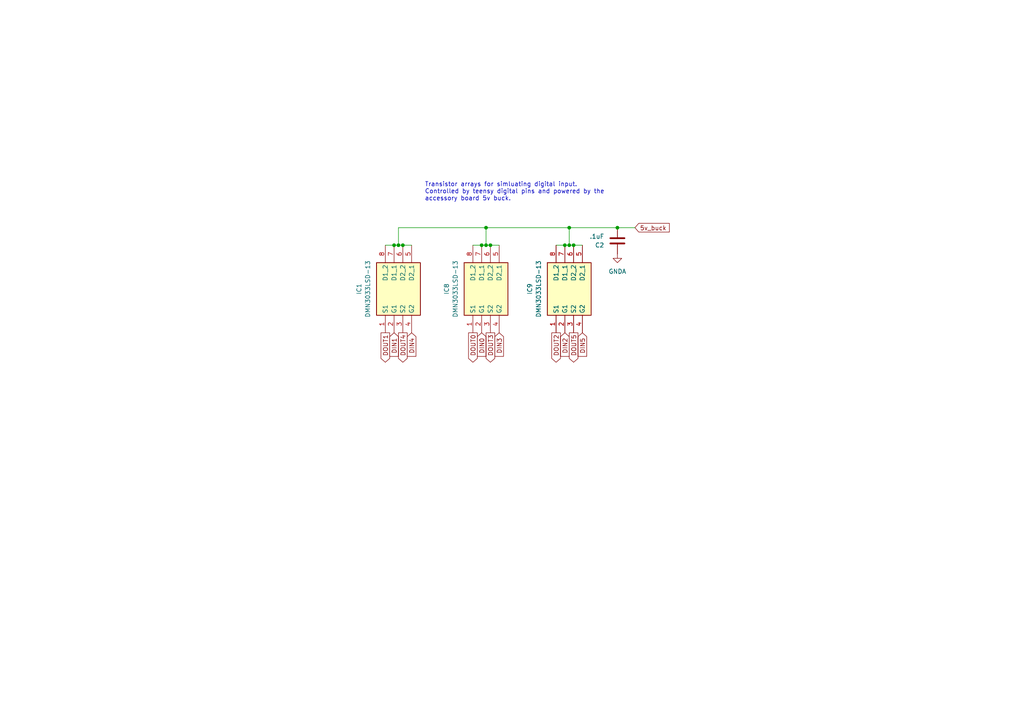
<source format=kicad_sch>
(kicad_sch (version 20231120) (generator "eeschema") (generator_version "8.0")
  (paper "A4")
  (lib_symbols
    (symbol "Device:C" (pin_numbers hide) (pin_names (offset 0.254))
      (property "Reference" "C" (at 0.635 2.54 0))
      (property "Value" "C" (at 0.635 -2.54 0))
      (symbol "C_0_1"
        (polyline (pts (xy -2.032 -0.762) (xy 2.032 -0.762)) (stroke (width 0.508)))
        (polyline (pts (xy -2.032 0.762) (xy 2.032 0.762)) (stroke (width 0.508)))
      )
      (symbol "C_1_1"
        (pin passive line (at 0 3.81 270) (length 2.794) (name "~") (number "1"))
        (pin passive line (at 0 -3.81 90) (length 2.794) (name "~") (number "2"))
      )
    )
    (symbol "accessory_test:DMN3033LSD-13"
      (property "Reference" "IC" (at 21.59 7.62 0))
      (property "Value" "DMN3033LSD-13" (at 21.59 5.08 0))
      (symbol "DMN3033LSD-13_1_1"
        (rectangle (start 5.08 2.54) (end 20.32 -10.16) (stroke (width 0.254)) (fill (type background)))
        (pin passive line (at 0 0 0) (length 5.08) (name "S1") (number "1"))
        (pin passive line (at 0 -2.54 0) (length 5.08) (name "G1") (number "2"))
        (pin passive line (at 0 -5.08 0) (length 5.08) (name "S2") (number "3"))
        (pin passive line (at 0 -7.62 0) (length 5.08) (name "G2") (number "4"))
        (pin passive line (at 25.4 -7.62 180) (length 5.08) (name "D2_1") (number "5"))
        (pin passive line (at 25.4 -5.08 180) (length 5.08) (name "D2_2") (number "6"))
        (pin passive line (at 25.4 -2.54 180) (length 5.08) (name "D1_1") (number "7"))
        (pin passive line (at 25.4 0 180) (length 5.08) (name "D1_2") (number "8"))
      )
    )
    (symbol "power:GNDA" (power) (pin_names (offset 0))
      (property "Value" "GNDA" (at 0 -3.81 0))
      (symbol "GNDA_0_1"
        (polyline (pts (xy 0 0) (xy 0 -1.27) (xy 1.27 -1.27) (xy 0 -2.54) (xy -1.27 -1.27) (xy 0 -1.27)))
      )
      (symbol "GNDA_1_1"
        (pin power_in line (at 0 0 270) (length 0) hide (name "GNDA") (number "1"))
      )
    )
  )
  (junction (at 140.97 71.12))
  (junction (at 142.24 71.12))
  (junction (at 179.07 66.04))
  (junction (at 166.37 71.12))
  (junction (at 115.57 71.12))
  (junction (at 163.83 71.12))
  (junction (at 140.97 66.04))
  (junction (at 165.1 71.12))
  (junction (at 139.7 71.12))
  (junction (at 114.3 71.12))
  (junction (at 165.1 66.04))
  (junction (at 116.84 71.12))
  (wire (pts (xy 142.24 71.12) (xy 144.78 71.12)))
  (wire (pts (xy 114.3 71.12) (xy 115.57 71.12)))
  (wire (pts (xy 139.7 71.12) (xy 140.97 71.12)))
  (wire (pts (xy 140.97 71.12) (xy 142.24 71.12)))
  (wire (pts (xy 116.84 71.12) (xy 119.38 71.12)))
  (wire (pts (xy 166.37 71.12) (xy 168.91 71.12)))
  (wire (pts (xy 161.29 71.12) (xy 163.83 71.12)))
  (wire (pts (xy 115.57 66.04) (xy 140.97 66.04)))
  (wire (pts (xy 140.97 66.04) (xy 165.1 66.04)))
  (wire (pts (xy 111.76 71.12) (xy 114.3 71.12)))
  (wire (pts (xy 165.1 66.04) (xy 165.1 71.12)))
  (wire (pts (xy 137.16 71.12) (xy 139.7 71.12)))
  (wire (pts (xy 163.83 71.12) (xy 165.1 71.12)))
  (wire (pts (xy 165.1 66.04) (xy 179.07 66.04)))
  (wire (pts (xy 179.07 66.04) (xy 184.15 66.04)))
  (wire (pts (xy 165.1 71.12) (xy 166.37 71.12)))
  (wire (pts (xy 140.97 66.04) (xy 140.97 71.12)))
  (wire (pts (xy 115.57 71.12) (xy 116.84 71.12)))
  (wire (pts (xy 115.57 66.04) (xy 115.57 71.12)))
  (text "Transistor arrays for simluating digital input.\nControlled by teensy digital pins and powered by the \naccessory board 5v buck." (at 123.19 58.42 0) (effects (font (size 1.27 1.27)) (justify left bottom)))
  (global_label "DIN0" (shape input) (at 139.7 96.52 270) (property "Intersheetrefs" "${INTERSHEET_REFS}" (effects (hide yes))))
  (global_label "DOUT1" (shape output) (at 111.76 96.52 270) (property "Intersheetrefs" "${INTERSHEET_REFS}" (effects (hide yes))))
  (global_label "DOUT3" (shape output) (at 142.24 96.52 270) (property "Intersheetrefs" "${INTERSHEET_REFS}" (effects (hide yes))))
  (global_label "DOUT4" (shape output) (at 116.84 96.52 270) (property "Intersheetrefs" "${INTERSHEET_REFS}" (effects (hide yes))))
  (global_label "DOUT0" (shape output) (at 137.16 96.52 270) (property "Intersheetrefs" "${INTERSHEET_REFS}" (effects (hide yes))))
  (global_label "DIN4" (shape input) (at 119.38 96.52 270) (property "Intersheetrefs" "${INTERSHEET_REFS}" (effects (hide yes))))
  (global_label "5v_buck" (shape input) (at 184.15 66.04 0) (property "Intersheetrefs" "${INTERSHEET_REFS}" (effects (hide yes))))
  (global_label "DIN3" (shape input) (at 144.78 96.52 270) (property "Intersheetrefs" "${INTERSHEET_REFS}" (effects (hide yes))))
  (global_label "DOUT5" (shape output) (at 166.37 96.52 270) (property "Intersheetrefs" "${INTERSHEET_REFS}" (effects (hide yes))))
  (global_label "DIN2" (shape input) (at 163.83 96.52 270) (property "Intersheetrefs" "${INTERSHEET_REFS}" (effects (hide yes))))
  (global_label "DIN1" (shape input) (at 114.3 96.52 270) (property "Intersheetrefs" "${INTERSHEET_REFS}" (effects (hide yes))))
  (global_label "DOUT2" (shape output) (at 161.29 96.52 270) (property "Intersheetrefs" "${INTERSHEET_REFS}" (effects (hide yes))))
  (global_label "DIN5" (shape input) (at 168.91 96.52 270) (property "Intersheetrefs" "${INTERSHEET_REFS}" (effects (hide yes))))
  (symbol (lib_id "Device:C") (at 179.07 69.85 180) (unit 1)
    (property "Reference" "C2" (at 175.26 71.12 0) (effects (justify left)))
    (property "Value" ".1uF" (at 175.26 68.58 0) (effects (justify left)))
    (property "Footprint" "Capacitor_SMD:C_0603_1608Metric" (effects (hide yes)))
  )
  (symbol (lib_id "accessory_test:DMN3033LSD-13") (at 111.76 96.52 90) (unit 1)
    (property "Reference" "IC1" (at 104.14 83.82 0))
    (property "Value" "DMN3033LSD-13" (at 106.68 83.82 0))
    (property "Footprint" "accessory_test:DMN3033LSD" (effects (hide yes)))
    (property "Datasheet" "https://www.diodes.com//assets/Datasheets/ds31262.pdf" (effects (hide yes)))
    (property "Height" "1.75" (effects (hide yes)))
    (property "Mouser Part Number" "621-DMN3033LSD-13" (effects (hide yes)))
    (property "Mouser Price/Stock" "https://www.mouser.co.uk/ProductDetail/Diodes-Incorporated/DMN3033LSD-13?qs=oUsD4qhOtFwXJPKCq%2FBcBA%3D%3D" (effects (hide yes)))
    (property "Manufacturer_Name" "Diodes Incorporated" (effects (hide yes)))
    (property "Manufacturer_Part_Number" "DMN3033LSD-13" (effects (hide yes)))
  )
  (symbol (lib_id "power:GNDA") (at 179.07 73.66 0) (unit 1)
    (property "Reference" "#PWR019" (effects (hide yes)))
    (property "Value" "GNDA" (at 179.07 78.74 0))
  )
  (symbol (lib_id "accessory_test:DMN3033LSD-13") (at 161.29 96.52 90) (unit 1)
    (property "Reference" "IC9" (at 153.67 83.82 0))
    (property "Value" "DMN3033LSD-13" (at 156.21 83.82 0))
    (property "Footprint" "accessory_test:DMN3033LSD" (effects (hide yes)))
    (property "Datasheet" "https://www.diodes.com//assets/Datasheets/ds31262.pdf" (effects (hide yes)))
    (property "Height" "1.75" (effects (hide yes)))
    (property "Mouser Part Number" "621-DMN3033LSD-13" (effects (hide yes)))
    (property "Mouser Price/Stock" "https://www.mouser.co.uk/ProductDetail/Diodes-Incorporated/DMN3033LSD-13?qs=oUsD4qhOtFwXJPKCq%2FBcBA%3D%3D" (effects (hide yes)))
    (property "Manufacturer_Name" "Diodes Incorporated" (effects (hide yes)))
    (property "Manufacturer_Part_Number" "DMN3033LSD-13" (effects (hide yes)))
  )
  (symbol (lib_id "accessory_test:DMN3033LSD-13") (at 137.16 96.52 90) (unit 1)
    (property "Reference" "IC8" (at 129.54 83.82 0))
    (property "Value" "DMN3033LSD-13" (at 132.08 83.82 0))
    (property "Footprint" "accessory_test:DMN3033LSD" (effects (hide yes)))
    (property "Datasheet" "https://www.diodes.com//assets/Datasheets/ds31262.pdf" (effects (hide yes)))
    (property "Height" "1.75" (effects (hide yes)))
    (property "Mouser Part Number" "621-DMN3033LSD-13" (effects (hide yes)))
    (property "Mouser Price/Stock" "https://www.mouser.co.uk/ProductDetail/Diodes-Incorporated/DMN3033LSD-13?qs=oUsD4qhOtFwXJPKCq%2FBcBA%3D%3D" (effects (hide yes)))
    (property "Manufacturer_Name" "Diodes Incorporated" (effects (hide yes)))
    (property "Manufacturer_Part_Number" "DMN3033LSD-13" (effects (hide yes)))
  )
)
</source>
